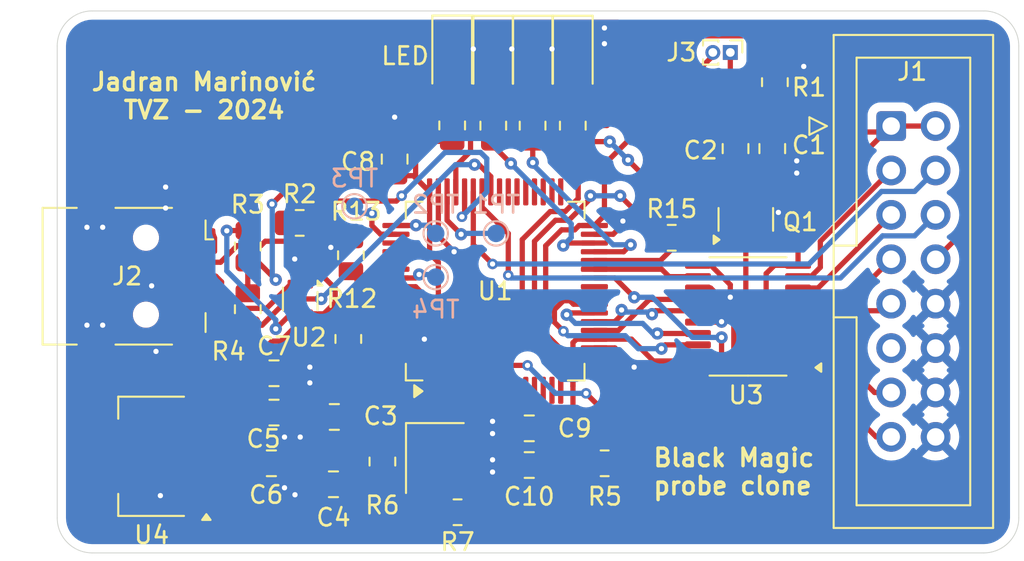
<source format=kicad_pcb>
(kicad_pcb (version 20240108) (generator "pcbnew") (generator_version "8.0")
  (layers (0 "F.Cu" signal) (31 "B.Cu" power) (34 "B.Paste" user) (35 "F.Paste" user) (36 "B.SilkS" user "B.Silkscreen") (37 "F.SilkS" user "F.Silkscreen") (38 "B.Mask" user) (39 "F.Mask" user) (44 "Edge.Cuts" user))
  (net 0 "")
  (net 1 "Net-(J1-Pin_1)")
  (net 2 "GND")
  (net 3 "Net-(U1-PD0)")
  (net 4 "Net-(C4-Pad1)")
  (net 5 "+5V")
  (net 6 "+3.3V")
  (net 7 "Net-(D1-A)")
  (net 8 "Net-(D2-A)")
  (net 9 "Net-(D3-A)")
  (net 10 "Net-(D4-A)")
  (net 11 "/U1TX")
  (net 12 "Net-(J1-Pin_7)")
  (net 13 "Net-(J1-Pin_5)")
  (net 14 "/BOOT_0")
  (net 15 "Net-(J1-Pin_3)")
  (net 16 "Net-(J1-Pin_15)")
  (net 18 "/U1RX")
  (net 19 "Net-(J1-Pin_13)")
  (net 20 "Net-(J1-Pin_9)")
  (net 21 "Net-(Q1-B)")
  (net 22 "/USB_DM")
  (net 23 "Net-(R2-Pad1)")
  (net 24 "Net-(R3-Pad1)")
  (net 25 "/USB_DP")
  (net 26 "/USB_PU")
  (net 27 "Net-(U1-NRST)")
  (net 28 "Net-(U1-PD1)")
  (net 29 "/LED2")
  (net 30 "/LED1")
  (net 31 "/LED_0")
  (net 32 "Net-(U1-BOOT0)")
  (net 34 "/xnSRST_OUT")
  (net 35 "Net-(U1-PA13)")
  (net 36 "Net-(U1-PA14)")
  (net 37 "Net-(U1-PA15)")
  (net 38 "Net-(U1-PB3)")
  (net 39 "/xTCK")
  (net 40 "/xTMS")
  (net 42 "/xnSRST")
  (net 43 "/xTD0")
  (net 44 "/xTPWR")
  (net 45 "/xTDI")
  (net 46 "/xnTRST")
  (net 75 "Net-(J2-D+)")
  (net 76 "Net-(J2-D-)")
  (footprint "Resistor_SMD:R_0805_2012Metric" (layer "F.Cu") (at 135.3 104.4)
    (property "Reference" "R7")
    (property "Value" "330E" (hide yes))
  )
  (footprint "Capacitor_SMD:C_0805_2012Metric" (layer "F.Cu") (at 153.3 83.6 -90)
    (property "Reference" "C1")
    (property "Value" "100u" (hide yes))
  )
  (footprint "LED_SMD:LED_1206_3216Metric" (layer "F.Cu") (at 137.341022 78.2875 -90)
    (property "Reference" "D2" (hide yes))
    (property "Value" "RED")
  )
  (footprint "Capacitor_SMD:C_0805_2012Metric" (layer "F.Cu") (at 128.25 98.95 180)
    (property "Reference" "C3")
    (property "Value" "18p")
  )
  (footprint "Resistor_SMD:R_0805_2012Metric" (layer "F.Cu") (at 123.3 89.2 -90)
    (property "Reference" "R3")
    (property "Value" "22E" (hide yes))
  )
  (footprint "Resistor_SMD:R_0805_2012Metric" (layer "F.Cu") (at 123.3 92.7875 90)
    (property "Reference" "R4")
    (property "Value" "1K5" (hide yes))
  )
  (footprint "Package_TO_SOT_SMD:SOT-666" (layer "F.Cu") (at 126.3 92.2 -90)
    (property "Reference" "U2")
    (property "Value" "USBLC6-2P6" (hide yes))
  )
  (footprint "Crystal:Crystal_SMD_3225-4Pin_3.2x2.5mm" (layer "F.Cu") (at 134 101.3 -90)
    (property "Reference" "X1" (hide yes))
    (property "Value" "8MHz")
  )
  (footprint "Resistor_SMD:R_0805_2012Metric" (layer "F.Cu") (at 131 101.5 -90)
    (property "Reference" "R6")
    (property "Value" "10M" (hide yes))
  )
  (footprint "Resistor_SMD:R_0805_2012Metric" (layer "F.Cu") (at 153.45 79.8 -90)
    (property "Reference" "R1")
    (property "Value" "1K" (hide yes))
  )
  (footprint "Package_TO_SOT_SMD:SOT-23" (layer "F.Cu") (at 151.7875 87.65 90)
    (property "Reference" "Q1")
    (property "Value" "BC846" (hide yes))
  )
  (footprint "Package_QFP:LQFP-64_10x10mm_P0.5mm" (layer "F.Cu") (at 137.45 91.75 90)
    (property "Reference" "U1")
    (property "Value" "STM32F103RBTx")
  )
  (footprint "Capacitor_SMD:C_0805_2012Metric" (layer "F.Cu") (at 139.4 99.6 180)
    (property "Reference" "C9")
    (property "Value" "100n" (hide yes))
  )
  (footprint "Capacitor_SMD:C_0805_2012Metric" (layer "F.Cu") (at 124.8 96.45)
    (property "Reference" "C7")
    (property "Value" "100n")
  )
  (footprint "LED_SMD:LED_1206_3216Metric" (layer "F.Cu") (at 134.991022 78.275 -90)
    (property "Reference" "LED")
    (property "Value" "GREEN")
  )
  (footprint "Capacitor_SMD:C_0805_2012Metric" (layer "F.Cu") (at 151.2 83.6 -90)
    (property "Reference" "C2")
    (property "Value" "100n" (hide yes))
  )
  (footprint "Capacitor_SMD:C_0805_2012Metric" (layer "F.Cu") (at 128.2 102.8 180)
    (property "Reference" "C4")
    (property "Value" "18p" (hide yes))
  )
  (footprint "LED_SMD:LED_1206_3216Metric" (layer "F.Cu") (at 141.891022 78.2875 -90)
    (property "Reference" "D4" (hide yes))
    (property "Value" "YELLOW")
  )
  (footprint "Resistor_SMD:R_0805_2012Metric" (layer "F.Cu") (at 129.05 94.4875 90)
    (property "Reference" "R12")
    (property "Value" "1k" (hide yes))
  )
  (footprint "Resistor_SMD:R_0805_2012Metric" (layer "F.Cu") (at 137.341022 82.2875 -90)
    (property "Reference" "R9" (hide yes))
    (property "Value" "390E")
  )
  (footprint "Resistor_SMD:R_0805_2012Metric" (layer "F.Cu") (at 139.591022 82.2875 -90)
    (property "Reference" "R10" (hide yes))
    (property "Value" "390E")
  )
  (footprint "Capacitor_SMD:C_0805_2012Metric" (layer "F.Cu") (at 124.65 101.6)
    (property "Reference" "C6")
    (property "Value" "10u")
  )
  (footprint "Resistor_SMD:R_0805_2012Metric" (layer "F.Cu") (at 143.7125 101.6)
    (property "Reference" "R5")
    (property "Value" "1k" (hide yes))
  )
  (footprint "Resistor_SMD:R_0805_2012Metric" (layer "F.Cu") (at 141.891022 82.2875 -90)
    (property "Reference" "R11" (hide yes))
    (property "Value" "390E")
  )
  (footprint "Resistor_SMD:R_0805_2012Metric" (layer "F.Cu") (at 147.55 88.7)
    (property "Reference" "R15")
    (property "Value" "100E" (hide yes))
  )
  (footprint "Connector_IDC:IDC-Header_2x08_P2.54mm_Vertical" (layer "F.Cu") (at 160.1025 82.31)
    (property "Reference" "J1")
    (property "Value" "Conn_02x10_Odd_Even" (hide yes))
  )
  (footprint "Connector_USB:USB_Mini-B_Lumberg_2486_01_Horizontal" (layer "F.Cu") (at 117.475 90.9 -90)
    (property "Reference" "J2")
    (property "Value" "USB_B_Mini")
  )
  (footprint "Connector_PinHeader_1.00mm:PinHeader_1x02_P1.00mm_Vertical" (layer "F.Cu") (at 150.9 78.1 -90)
    (property "Reference" "J3")
    (property "Value" "Jumper_2_Open" (hide yes))
  )
  (footprint "Package_TO_SOT_SMD:SOT-223" (layer "F.Cu") (at 117.8 101.2 180)
    (property "Reference" "U4")
    (property "Value" "AMS1117-3.3")
  )
  (footprint "Resistor_SMD:R_0805_2012Metric" (layer "F.Cu") (at 126.27 87.85)
    (property "Reference" "R2")
    (property "Value" "22E" (hide yes))
  )
  (footprint "Capacitor_SMD:C_0805_2012Metric" (layer "F.Cu") (at 139.4 101.7 180)
    (property "Reference" "C10")
    (property "Value" "100n" (hide yes))
  )
  (footprint "Capacitor_SMD:C_0805_2012Metric" (layer "F.Cu") (at 124.8 98.7)
    (property "Reference" "C5")
    (property "Value" "10u" (hide yes))
  )
  (footprint "Package_SO:TSSOP-20_4.4x6.5mm_P0.65mm" (layer "F.Cu") (at 151.9125 93.2 180)
    (property "Reference" "U3")
    (property "Value" "TXS0108EPW" (hide yes))
  )
  (footprint "Capacitor_SMD:C_0805_2012Metric" (layer "F.Cu") (at 131.7 84.2 90)
    (property "Reference" "C8")
    (property "Value" "100n")
  )
  (footprint "LED_SMD:LED_1206_3216Metric" (layer "F.Cu") (at 139.591022 78.2875 -90)
    (property "Reference" "D3" (hide yes))
    (property "Value" "YELLOW")
  )
  (footprint "Resistor_SMD:R_0805_2012Metric" (layer "F.Cu") (at 134.991022 82.275 -90)
    (property "Reference" "R8" (hide yes))
    (property "Value" "390E")
  )
  (footprint "Resistor_SMD:R_0805_2012Metric" (layer "F.Cu") (at 129.2 89.7 -90)
    (property "Reference" "R13")
    (property "Value" "10k" (hide yes))
  )
  (footprint "TestPoint:TestPoint_Pad_D1.0mm" (layer "B.Cu") (at 137.5 88.45 180)
    (property "Reference" "TP1")
    (property "Value" "TestPoint_Alt" (hide yes))
  )
  (footprint "TestPoint:TestPoint_Pad_D1.0mm" (layer "B.Cu") (at 134.05 88.45 180)
    (property "Reference" "TP2")
    (property "Value" "TestPoint_Alt" (hide yes))
  )
  (footprint "TestPoint:TestPoint_Pad_D1.0mm" (layer "B.Cu") (at 129.4 86.9 180)
    (property "Reference" "TP3")
    (property "Value" "TestPoint_Alt" (hide yes))
  )
  (footprint "TestPoint:TestPoint_Pad_D1.0mm" (layer "B.Cu") (at 134.05 90.95 180)
    (property "Reference" "TP4")
    (property "Value" "TestPoint_Alt")
  )
  (gr_arc (start 167.4 104.725) (mid 166.814214 106.139214) (end 165.4 106.725) (stroke (width 0.05)) (layer "Edge.Cuts"))
  (gr_arc (start 112.4 77.725) (mid 112.985786 76.310786) (end 114.4 75.725) (stroke (width 0.05)) (layer "Edge.Cuts"))
  (gr_arc (start 165.4 75.725) (mid 166.814214 76.310786) (end 167.4 77.725) (stroke (width 0.05)) (layer "Edge.Cuts"))
  (gr_line (start 165.4 75.725) (end 114.4 75.725) (stroke (width 0.05)) (layer "Edge.Cuts"))
  (gr_line (start 112.4 77.725) (end 112.4 104.725) (stroke (width 0.05)) (layer "Edge.Cuts"))
  (gr_line (start 167.4 104.725) (end 167.4 77.725) (stroke (width 0.05)) (layer "Edge.Cuts"))
  (gr_arc (start 114.4 106.725) (mid 112.985786 106.139214) (end 112.4 104.725) (stroke (width 0.05)) (layer "Edge.Cuts"))
  (gr_line (start 114.4 106.725) (end 165.4 106.725) (stroke (width 0.05)) (layer "Edge.Cuts"))
  (gr_text "Black Magic \nprobe clone\n" (at 146.4 103.475 0) (layer "F.SilkS") (effects (font (size 1 1) (thickness 0.2) (bold yes)) (justify left bottom)))
  (gr_text "Jadran Marinović\nTVZ - 2024" (at 120.8 81.975 0) (layer "F.SilkS") (effects (font (size 1 1) (thickness 0.2) (bold yes)) (justify bottom)))
  (segment (start 153.3 82.65) (end 159.7625 82.65) (width 0.3) (layer "F.Cu") (net 1))
  (segment (start 153.6 95.475) (end 154.775 95.475) (width 0.3) (layer "F.Cu") (net 1))
  (segment (start 153.3 82.65) (end 151.2 82.65) (width 0.3) (layer "F.Cu") (net 1))
  (segment (start 153.425 90.275) (end 152.95 90.75) (width 0.3) (layer "F.Cu") (net 1))
  (segment (start 152.3125 80.7125) (end 150.9 79.3) (width 0.3) (layer "F.Cu") (net 1))
  (segment (start 152.95 94.825) (end 153.6 95.475) (width 0.3) (layer "F.Cu") (net 1))
  (segment (start 152.95 90.75) (end 152.95 94.825) (width 0.3) (layer "F.Cu") (net 1))
  (segment (start 159.7625 82.65) (end 160.1025 82.31) (width 0.3) (layer "F.Cu") (net 1))
  (segment (start 153.45 80.7125) (end 152.3125 80.7125) (width 0.3) (layer "F.Cu") (net 1))
  (segment (start 153.3 80.8625) (end 153.45 80.7125) (width 0.3) (layer "F.Cu") (net 1))
  (segment (start 154.775 87.6375) (end 154.775 90.275) (width 0.3) (layer "F.Cu") (net 1))
  (segment (start 154.775 90.275) (end 153.425 90.275) (width 0.3) (layer "F.Cu") (net 1))
  (segment (start 150.9 79.3) (end 150.9 78.1) (width 0.3) (layer "F.Cu") (net 1))
  (segment (start 162.6425 82.31) (end 160.1025 82.31) (width 0.3) (layer "F.Cu") (net 1))
  (segment (start 153.3 82.65) (end 153.3 80.8625) (width 0.3) (layer "F.Cu") (net 1))
  (segment (start 160.1025 82.31) (end 154.775 87.6375) (width 0.3) (layer "F.Cu") (net 1))
  (segment (start 154.775 96.125) (end 154.775 95.475) (width 0.3) (layer "F.Cu") (net 1))
  (segment (start 128.05 89.25) (end 128.5125 88.7875) (width 0.3) (layer "F.Cu") (net 2))
  (segment (start 145.4 96.1) (end 144.3 95) (width 0.3) (layer "F.Cu") (net 2))
  (segment (start 150.375 93.525) (end 150.4 93.5) (width 0.3) (layer "F.Cu") (net 2))
  (segment (start 149.05 90.275) (end 149.787499 90.275) (width 0.3) (layer "F.Cu") (net 2))
  (segment (start 120.95 103.5) (end 118.35 103.5) (width 0.5) (layer "F.Cu") (net 2))
  (segment (start 144.2 88.5) (end 144.755025 87.944975) (width 0.3) (layer "F.Cu") (net 2))
  (segment (start 143.125 88.5) (end 144.2 88.5) (width 0.3) (layer "F.Cu") (net 2))
  (segment (start 152.7375 88.1625) (end 153.65 87.25) (width 0.5) (layer "F.Cu") (net 2))
  (segment (start 144.3 95) (end 143.125 95) (width 0.3) (layer "F.Cu") (net 2))
  (segment (start 118.35 103.5) (end 118.3 103.45) (width 0.5) (layer "F.Cu") (net 2))
  (segment (start 149.05 93.525) (end 150.375 93.525) (width 0.3) (layer "F.Cu") (net 2))
  (segment (start 134.2 86.075) (end 134.2 88.6) (width 0.3) (layer "F.Cu") (net 2))
  (segment (start 153.45 78.8875) (end 155.0875 78.8875) (width 0.5) (layer "F.Cu") (net 2))
  (segment (start 128.5125 88.7875) (end 129.2 88.7875) (width 0.3) (layer "F.Cu") (net 2))
  (segment (start 118.2 95.35) (end 118.05 95.2) (width 0.5) (layer "F.Cu") (net 2))
  (segment (start 141.891022 76.8875) (end 141.978522 76.8) (width 0.5) (layer "F.Cu") (net 2))
  (segment (start 131.7 81.8) (end 131.7 83.25) (width 0.3) (layer "F.Cu") (net 2))
  (segment (start 152.7375 88.5875) (end 152.7375 88.1625) (width 0.5) (layer "F.Cu") (net 2))
  (segment (start 120.175 92.5) (end 118.85 92.5) (width 0.3) (layer "F.Cu") (net 2))
  (segment (start 126.3 90.232512) (end 126.3 91.275) (width 0.3) (layer "F.Cu") (net 2))
  (segment (start 131.775 95) (end 132.9 95) (width 0.3) (layer "F.Cu") (net 2))
  (segment (start 150.9 91.387501) (end 150.9 92.1) (width 0.3) (layer "F.Cu") (net 2))
  (segment (start 118.85 92.5) (end 117.8 91.45) (width 0.3) (layer "F.Cu") (net 2))
  (segment (start 139.2 97.425) (end 139.2 98.85) (width 0.3) (layer "F.Cu") (net 2))
  (segment (start 134.2 88.6) (end 135.1 89.5) (width 0.3) (layer "F.Cu") (net 2))
  (segment (start 132.9 95) (end 133.4 94.5) (width 0.3) (layer "F.Cu") (net 2))
  (segment (start 125.983744 89.916256) (end 126.3 90.232512) (width 0.3) (layer "F.Cu") (net 2))
  (segment (start 155.0875 78.8875) (end 155.1 78.9) (width 0.5) (layer "F.Cu") (net 2))
  (segment (start 144.755025 87.944975) (end 144.755025 87.744975) (width 0.3) (layer "F.Cu") (net 2))
  (segment (start 149.787499 90.275) (end 150.9 91.387501) (width 0.3) (layer "F.Cu") (net 2))
  (segment (start 139.2 98.85) (end 138.45 99.6) (width 0.3) (layer "F.Cu") (net 2))
  (segment (start 120.075 95.35) (end 118.2 95.35) (width 0.5) (layer "F.Cu") (net 2))
  (segment (start 125.6 98.9) (end 125.8 98.7) (width 0.5) (layer "F.Cu") (net 2))
  (via (at 125.4 100.1) (size 0.6) (drill 0.3) (layers "F.Cu" "B.Cu") (net 2))
  (via (at 144.755025 87.744975) (size 0.7) (drill 0.3) (layers "F.Cu" "B.Cu") (net 2))
  (via (at 126.85 96.1) (size 0.6) (drill 0.3) (layers "F.Cu" "B.Cu") (net 2))
  (via (at 150.9 92.1) (size 0.6) (drill 0.3) (layers "F.Cu" "B.Cu") (net 2))
  (via (at 115 93.7) (size 0.6) (drill 0.3) (layers "F.Cu" "B.Cu") (net 2))
  (via (at 153.65 87.25) (size 0.7) (drill 0.3) (layers "F.Cu" "B.Cu") (net 2))
  (via (at 118.05 95.2) (size 0.7) (drill 0.3) (layers "F.Cu" "B.Cu") (net 2))
  (via (at 137.3 99.9) (size 0.6) (drill 0.3) (layers "F.Cu" "B.Cu") (net 2))
  (via (at 118.3 103.45) (size 0.7) (drill 0.3) (layers "F.Cu" "B.Cu") (net 2))
  (via (at 137.3 102.1) (size 0.6) (drill 0.3) (layers "F.Cu" "B.Cu") (net 2))
  (via (at 125.983744 89.916256) (size 0.7) (drill 0.3) (layers "F.Cu" "B.Cu") (net 2))
  (via (at 126 103.4) (size 0.6) (drill 0.3) (layers "F.Cu" "B.Cu") (net 2))
  (via (at 150.4 93.5) (size 0.7) (drill 0.3) (layers "F.Cu" "B.Cu") (net 2))
  (via (at 115 88.1) (size 0.6) (drill 0.3) (layers "F.Cu" "B.Cu") (net 2))
  (via (at 155.1 78.9) (size 0.6) (drill 0.3) (layers "F.Cu" "B.Cu") (net 2))
  (via (at 137.3 101.4) (size 0.6) (drill 0.3) (layers "F.Cu" "B.Cu") (net 2))
  (via (at 154.7 85) (size 0.6) (drill 0.3) (layers "F.Cu" "B.Cu") (net 2))
  (via (at 114.1 93.7) (size 0.6) (drill 0.3) (layers "F.Cu" "B.Cu") (net 2))
  (via (at 133.4 94.5) (size 0.7) (drill 0.3) (layers "F.Cu" "B.Cu") (net 2))
  (via (at 145.4 96.1) (size 0.7) (drill 0.3) (layers "F.Cu" "B.Cu") (net 2))
  (via (at 154.7 84.3) (size 0.6) (drill 0.3) (layers "F.Cu" "B.Cu") (net 2))
  (via (at 143.7 76.7) (size 0.6) (drill 0.3) (layers "F.Cu" "B.Cu") (net 2))
  (via (at 117.8 91.45) (size 0.7) (drill 0.3) (layers "F.Cu" "B.Cu") (net 2))
  (via (at 135.1 89.5) (size 0.6) (drill 0.3) (layers "F.Cu" "B.Cu") (net 2))
  (via (at 125.4 103) (size 0.6) (drill 0.3) (layers "F.Cu" "B.Cu") (net 2))
  (via (at 128.05 89.25) (size 0.7) (drill 0.3) (layers "F.Cu" "B.Cu") (net 2))
  (via (at 118.6 87) (size 0.6) (drill 0.3) (layers "F.Cu" "B.Cu") (net 2))
  (via (at 131.7 81.8) (size 0.7) (drill 0.3) (layers "F.Cu" "B.Cu") (net 2))
  (via (at 136.2 77.9) (size 0.6) (drill 0.3) (layers "F.Cu" "B.Cu") (net 2))
  (via (at 143.7 77.6) (size 0.6) (drill 0.3) (layers "F.Cu" "B.Cu") (net 2))
  (via (at 137.3 99.2) (size 0.6) (drill 0.3) (layers "F.Cu" "B.Cu") (net 2))
  (via (at 114.1 88.1) (size 0.6) (drill 0.3) (layers "F.Cu" "B.Cu") (net 2))
  (via (at 126.3 100.1) (size 0.6) (drill 0.3) (layers "F.Cu" "B.Cu") (net 2))
  (via (at 140.7 77.9) (size 0.6) (drill 0.3) (layers "F.Cu" "B.Cu") (net 2))
  (via (at 126.85 97) (size 0.6) (drill 0.3) (layers "F.Cu" "B.Cu") (net 2))
  (via (at 138.4 77.9) (size 0.6) (drill 0.3) (layers "F.Cu" "B.Cu") (net 2))
  (via (at 118.6 85.8) (size 0.6) (drill 0.3) (layers "F.Cu" "B.Cu") (net 2))
  (segment (start 135.7 98.30312) (end 135.7 97.425) (width 0.3) (layer "F.Cu") (net 3))
  (segment (start 133.15 98.8) (end 133.4 98.55) (width 0.3) (layer "F.Cu") (net 3))
  (segment (start 131 99) (end 130.95 98.95) (width 0.3) (layer "F.Cu") (net 3))
  (segment (start 129.2 98.95) (end 130.95 98.95) (width 0.3) (layer "F.Cu") (net 3))
  (segment (start 134.9 98.55) (end 135.45312 98.55) (width 0.3) (layer "F.Cu") (net 3))
  (segment (start 133.1 98.55) (end 133.65 98.55) (width 0.3) (layer "F.Cu") (net 3))
  (segment (start 131 100.5875) (end 131 99) (width 0.3) (layer "F.Cu") (net 3))
  (segment (start 133.65 98.55) (end 134.1 98.55) (width 0.3) (layer "F.Cu") (net 3))
  (segment (start 132.9 98.55) (end 133.1 98.55) (width 0.3) (layer "F.Cu") (net 3))
  (segment (start 133.15 98.8) (end 132.9 98.55) (width 0.3) (layer "F.Cu") (net 3))
  (segment (start 134.1 98.55) (end 134.9 98.55) (width 0.3) (layer "F.Cu") (net 3))
  (segment (start 135.45312 98.55) (end 135.7 98.30312) (width 0.3) (layer "F.Cu") (net 3))
  (segment (start 133.4 98.55) (end 133.65 98.55) (width 0.3) (layer "F.Cu") (net 3))
  (segment (start 131.35 98.55) (end 132.9 98.55) (width 0.3) (layer "F.Cu") (net 3))
  (segment (start 133.15 100.2) (end 133.15 98.8) (width 0.3) (layer "F.Cu") (net 3))
  (segment (start 130.95 98.95) (end 131.35 98.55) (width 0.3) (layer "F.Cu") (net 3))
  (segment (start 133.15 98.8) (end 133.15 98.6) (width 0.3) (layer "F.Cu") (net 3))
  (segment (start 133.15 98.6) (end 133.1 98.55) (width 0.3) (layer "F.Cu") (net 3))
  (segment (start 133.15 102.4) (end 131.0125 102.4) (width 0.3) (layer "F.Cu") (net 4))
  (segment (start 129.5375 102.4125) (end 129.15 102.8) (width 0.3) (layer "F.Cu") (net 4))
  (segment (start 134.3875 104.4) (end 133.15 103.1625) (width 0.3) (layer "F.Cu") (net 4))
  (segment (start 133.15 103.1625) (end 133.15 102.4) (width 0.3) (layer "F.Cu") (net 4))
  (segment (start 131 102.4125) (end 129.5375 102.4125) (width 0.3) (layer "F.Cu") (net 4))
  (segment (start 131.0125 102.4) (end 131 102.4125) (width 0.3) (layer "F.Cu") (net 4))
  (segment (start 126.3 93.50245) (end 126.3 93.125) (width 0.3) (layer "F.Cu") (net 5))
  (segment (start 124.6875 94.6125) (end 125.18995 94.6125) (width 0.3) (layer "F.Cu") (net 5))
  (segment (start 123.85 96.45) (end 123.85 95.45) (width 0.3) (layer "F.Cu") (net 5))
  (segment (start 123.85 95.45) (end 124.6875 94.6125) (width 0.3) (layer "F.Cu") (net 5))
  (segment (start 125.18995 94.6125) (end 126.3 93.50245) (width 0.3) (layer "F.Cu") (net 5))
  (segment (start 129.6 105.6) (end 138 105.6) (width 0.5) (layer "F.Cu") (net 6))
  (segment (start 139.7 98.95) (end 140.35 99.6) (width 0.3) (layer "F.Cu") (net 6))
  (segment (start 140.339852 94.1) (end 140.339852 94.2) (width 0.3) (layer "F.Cu") (net 6))
  (segment (start 148.049166 95.749166) (end 148.323332 95.475) (width 0.3) (layer "F.Cu") (net 6))
  (segment (start 143.7 84.5) (end 149.9 78.3) (width 0.3) (layer "F.Cu") (net 6))
  (segment (start 138 105.6) (end 140.35 103.25) (width 0.5) (layer "F.Cu") (net 6))
  (segment (start 132.9 85.275) (end 132.9 84) (width 0.3) (layer "F.Cu") (net 6))
  (segment (start 128.2 104.85) (end 128.2 98) (width 0.3) (layer "F.Cu") (net 6))
  (segment (start 128.2 97.975) (end 128.55 97.625) (width 0.3) (layer "F.Cu") (net 6))
  (segment (start 134.2 92.175) (end 134.2 91.975) (width 0.3) (layer "F.Cu") (net 6))
  (segment (start 140.339852 94.2) (end 141.9 95.760148) (width 0.3) (layer "F.Cu") (net 6))
  (segment (start 142.1 94.5) (end 141.9 94.7) (width 0.3) (layer "F.Cu") (net 6))
  (segment (start 133.7 86.075) (end 132.9 85.275) (width 0.3) (layer "F.Cu") (net 6))
  (segment (start 143.125 94.5) (end 145.25 94.5) (width 0.3) (layer "F.Cu") (net 6))
  (segment (start 134.2 92.8) (end 133.8875 92.4875) (width 0.3) (layer "F.Cu") (net 6))
  (segment (start 128.2 104.85) (end 127.45 105.6) (width 0.3) (layer "F.Cu") (net 6))
  (segment (start 140.35 103.25) (end 140.35 101.7) (width 0.5) (layer "F.Cu") (net 6))
  (segment (start 141.9 95.760148) (end 141.9 97.2) (width 0.3) (layer "F.Cu") (net 6))
  (segment (start 133.8875 92.4875) (end 134.2 92.175) (width 0.3) (layer "F.Cu") (net 6))
  (segment (start 134.2 90.1) (end 133.7 89.6) (width 0.3) (layer "F.Cu") (net 6))
  (segment (start 149.9 78.3) (end 149.9 78.1) (width 0.3) (layer "F.Cu") (net 6))
  (segment (start 133.7 89.6) (end 133.7 86.075) (width 0.3) (layer "F.Cu") (net 6))
  (segment (start 141.25156 88.24688) (end 140.339852 89.158588) (width 0.3) (layer "F.Cu") (net 6))
  (segment (start 129.93438 94.5375) (end 130.89688 95.5) (width 0.3) (layer "F.Cu") (net 6))
  (segment (start 132.9 91.5) (end 131.775 91.5) (width 0.3) (layer "F.Cu") (net 6))
  (segment (start 127.45 105.6) (end 127.1 105.6) (width 0.3) (layer "F.Cu") (net 6))
  (segment (start 127.1 105.6) (end 128.2 105.6) (width 0.5) (layer "F.Cu") (net 6))
  (segment (start 128.2 97.625) (end 128 97.425) (width 0.3) (layer "F.Cu") (net 6))
  (segment (start 133.7 97.425) (end 133.5 97.625) (width 0.3) (layer "F.Cu") (net 6))
  (segment (start 141.9 100.7) (end 141.9 97.2) (width 0.3) (layer "F.Cu") (net 6))
  (segment (start 134.2 92.8) (end 134.2 91.975) (width 0.3) (layer "F.Cu") (net 6))
  (segment (start 123.7 104.2) (end 123.7 101.6) (width 0.5) (layer "F.Cu") (net 6))
  (segment (start 142.9125 101.7) (end 143 101.6125) (width 0.3) (layer "F.Cu") (net 6))
  (segment (start 141.9 94.7) (end 141.9 97.2) (width 0.3) (layer "F.Cu") (net 6))
  (segment (start 132.775 85.15) (end 131.7 85.15) (width 0.3) (layer "F.Cu") (net 6))
  (segment (start 148.323332 95.475) (end 149.05 95.475) (width 0.3) (layer "F.Cu") (net 6))
  (segment (start 133.5 97.625) (end 128.55 97.625) (width 0.3) (layer "F.Cu") (net 6))
  (segment (start 142.24688 88) (end 142 88.24688) (width 0.3) (layer "F.Cu") (net 6))
  (segment (start 133.7 86.075) (end 132.775 85.15) (width 0.3) (layer "F.Cu") (net 6))
  (segment (start 128.55 97.625) (end 128.2 97.625) (width 0.3) (layer "F.Cu") (net 6))
  (segment (start 128.2 105.6) (end 129.6 105.6) (width 0.5) (layer "F.Cu") (net 6))
  (segment (start 146.499166 95.749166) (end 148.049166 95.749166) (width 0.3) (layer "F.Cu") (net 6))
  (segment (start 142.8 101.6) (end 141.9 100.7) (width 0.3) (layer "F.Cu") (net 6))
  (segment (start 139.7 97.425) (end 139.7 98.95) (width 0.3) (layer "F.Cu") (net 6))
  (segment (start 143.125 88) (end 143.7 87.425) (width 0.3) (layer "F.Cu") (net 6))
  (segment (start 125.1 105.6) (end 127.1 105.6) (width 0.5) (layer "F.Cu") (net 6))
  (segment (start 132.9 84) (end 133.7125 83.1875) (width 0.3) (layer "F.Cu") (net 6))
  (segment (start 134.2 95) (end 134.2 92.8) (width 0.3) (layer "F.Cu") (net 6))
  (segment (start 145.25 94.5) (end 146.499166 95.749166) (width 0.3) (layer "F.Cu") (net 6))
  (segment (start 143.125 88) (end 142.24688 88) (width 0.3) (layer "F.Cu") (net 6))
  (segment (start 140.339852 89.158588) (end 140.339852 94.1) (width 0.3) (layer "F.Cu") (net 6))
  (segment (start 128 97.425) (end 128 94.882044) (width 0.3) (layer "F.Cu") (net 6))
  (segment (start 128.2 104.85) (end 128.95 105.6) (width 0.3) (layer "F.Cu") (net 6))
  (segment (start 131.775 95.5) (end 133.7 95.5) (width 0.3) (layer "F.Cu") (net 6))
  (segment (start 128.95 105.6) (end 129.6 105.6) (width 0.3) (layer "F.Cu") (net 6))
  (segment (start 130.89688 95.5) (end 131.775 95.5) (width 0.3) (layer "F.Cu") (net 6))
  (segment (start 143.7 87.425) (end 143.7 84.5) (width 0.3) (layer "F.Cu") (net 6))
  (segment (start 133.8875 92.4875) (end 132.9 91.5) (width 0.3) (layer "F.Cu") (net 6))
  (segment (start 128.2 98) (end 128.2 97.975) (width 0.3) (layer "F.Cu") (net 6))
  (segment (start 142 88.24688) (end 141.25156 88.24688) (width 0.3) (layer "F.Cu") (net 6))
  (segment (start 128 94.882044) (end 128.344544 94.5375) (width 0.3) (layer "F.Cu") (net 6))
  (segment (start 128.2 98) (end 128.2 97.625) (width 0.3) (layer "F.Cu") (net 6))
  (segment (start 125.1 105.6) (end 123.7 104.2) (width 0.5) (layer "F.Cu") (net 6))
  (segment (start 133.7125 83.1875) (end 134.991022 83.1875) (width 0.3) (layer "F.Cu") (net 6))
  (segment (start 143.125 94.5) (end 142.1 94.5) (width 0.3) (layer "F.Cu") (net 6))
  (segment (start 128.344544 94.5375) (end 129.93438 94.5375) (width 0.3) (layer "F.Cu") (net 6))
  (segment (start 133.7 95.5) (end 134.2 95) (width 0.3) (layer "F.Cu") (net 6))
  (segment (start 134.2 91.975) (end 134.2 90.1) (width 0.3) (layer "F.Cu") (net 6))
  (segment (start 134.991022 81.3625) (end 134.991022 79.675) (width 0.3) (layer "F.Cu") (net 7))
  (segment (start 137.341022 81.375) (end 137.341022 79.6875) (width 0.3) (layer "F.Cu") (net 8))
  (segment (start 139.591022 81.375) (end 139.591022 79.6875) (width 0.3) (layer "F.Cu") (net 9))
  (segment (start 141.891022 81.375) (end 141.891022 79.6875) (width 0.3) (layer "F.Cu") (net 10))
  (segment (start 138.2 88.45312) (end 138.2 90.85) (width 0.3) (layer "F.Cu") (net 11))
  (segment (start 136.7 86.075) (end 136.7 86.95312) (width 0.3) (layer "F.Cu") (net 11))
  (segment (start 136.7 86.95312) (end 138.2 88.45312) (width 0.3) (layer "F.Cu") (net 11))
  (via (at 138.2 90.85) (size 0.6) (drill 0.3) (layers "F.Cu" "B.Cu") (net 11))
  (segment (start 161.4425 88.59) (end 162.6425 87.39) (width 0.3) (layer "B.Cu") (net 11))
  (segment (start 138.35 91) (end 157.2 91) (width 0.3) (layer "B.Cu") (net 11))
  (segment (start 159.61 88.59) (end 161.4425 88.59) (width 0.3) (layer "B.Cu") (net 11))
  (segment (start 138.2 90.85) (end 138.35 91) (width 0.3) (layer "B.Cu") (net 11))
  (segment (start 157.2 91) (end 159.61 88.59) (width 0.3) (layer "B.Cu") (net 11))
  (segment (start 157.8075 92.225) (end 160.1025 89.93) (width 0.3) (layer "F.Cu") (net 12))
  (segment (start 154.775 92.225) (end 157.8075 92.225) (width 0.3) (layer "F.Cu") (net 12))
  (segment (start 155.9175 91.575) (end 154.775 91.575) (width 0.3) (layer "F.Cu") (net 13))
  (segment (start 160.1025 87.39) (end 155.9175 91.575) (width 0.3) (layer "F.Cu") (net 13))
  (segment (start 130.4375 96.1) (end 134.1 96.1) (width 0.3) (layer "F.Cu") (net 14))
  (segment (start 142.2 86.45312) (end 142.2 85.55) (width 0.3) (layer "F.Cu") (net 14))
  (segment (start 134.9 95.3) (end 138.6 95.3) (width 0.3) (layer "F.Cu") (net 14))
  (segment (start 139 88.8) (end 140.6 87.2) (width 0.3) (layer "F.Cu") (net 14))
  (segment (start 140.75 84.1) (end 140.75 82.65) (width 0.3) (layer "F.Cu") (net 14))
  (segment (start 139 94.9) (end 139 88.8) (width 0.3) (layer "F.Cu") (net 14))
  (segment (start 160.15 77.15) (end 164.4 81.4) (width 0.3) (layer "F.Cu") (net 14))
  (segment (start 141.45312 87.2) (end 142.2 86.45312) (width 0.3) (layer "F.Cu") (net 14))
  (segment (start 143.845 82.28) (end 148.975 77.15) (width 0.3) (layer "F.Cu") (net 14))
  (segment (start 129.75 95.4125) (end 130.4375 96.1) (width 0.3) (layer "F.Cu") (net 14))
  (segment (start 134.1 96.1) (end 134.9 95.3) (width 0.3) (layer "F.Cu") (net 14))
  (segment (start 142.2 85.55) (end 140.75 84.1) (width 0.3) (layer "F.Cu") (net 14))
  (segment (start 148.975 77.15) (end 160.15 77.15) (width 0.3) (layer "F.Cu") (net 14))
  (segment (start 164.4 81.4) (end 164.4 88.1725) (width 0.3) (layer "F.Cu") (net 14))
  (segment (start 140.6 87.2) (end 141.45312 87.2) (width 0.3) (layer "F.Cu") (net 14))
  (segment (start 140.75 82.65) (end 141.12 82.28) (width 0.3) (layer "F.Cu") (net 14))
  (segment (start 138.6 95.3) (end 139 94.9) (width 0.3) (layer "F.Cu") (net 14))
  (segment (start 164.4 88.1725) (end 162.6425 89.93) (width 0.3) (layer "F.Cu") (net 14))
  (segment (start 141.12 82.28) (end 143.845 82.28) (width 0.3) (layer "F.Cu") (net 14))
  (segment (start 160.1025 84.85) (end 156.05 88.9025) (width 0.3) (layer "F.Cu") (net 15))
  (segment (start 155.512499 90.925) (end 154.775 90.925) (width 0.3) (layer "F.Cu") (net 15))
  (segment (start 156.05 90.387499) (end 155.512499 90.925) (width 0.3) (layer "F.Cu") (net 15))
  (segment (start 156.05 88.9025) (end 156.05 90.387499) (width 0.3) (layer "F.Cu") (net 15))
  (segment (start 155.512499 94.825) (end 156.75 96.062501) (width 0.3) (layer "F.Cu") (net 16))
  (segment (start 156.2 97.775) (end 156.325 97.775) (width 0.3) (layer "F.Cu") (net 16))
  (segment (start 157.1125 97.9625) (end 159.24 100.09) (width 0.3) (layer "F.Cu") (net 16))
  (segment (start 151.7875 86.7125) (end 151.7875 94.2) (width 0.3) (layer "F.Cu") (net 16))
  (segment (start 154.775 94.825) (end 155.512499 94.825) (width 0.3) (layer "F.Cu") (net 16))
  (segment (start 156.75 97.6) (end 157.1125 97.9625) (width 0.3) (layer "F.Cu") (net 16))
  (segment (start 156.75 96.062501) (end 156.75 97.35) (width 0.3) (layer "F.Cu") (net 16))
  (segment (start 151.7875 96.8375) (end 152.725 97.775) (width 0.3) (layer "F.Cu") (net 16))
  (segment (start 156.75 97.35) (end 156.75 97.6) (width 0.3) (layer "F.Cu") (net 16))
  (segment (start 156.325 97.775) (end 156.75 97.35) (width 0.3) (layer "F.Cu") (net 16))
  (segment (start 156.925 97.775) (end 157.1125 97.9625) (width 0.3) (layer "F.Cu") (net 16))
  (segment (start 156.2 97.775) (end 156.925 97.775) (width 0.3) (layer "F.Cu") (net 16))
  (segment (start 159.24 100.09) (end 160.1025 100.09) (width 0.3) (layer "F.Cu") (net 16))
  (segment (start 152.725 97.775) (end 156.2 97.775) (width 0.3) (layer "F.Cu") (net 16))
  (segment (start 151.7875 94.2) (end 151.7875 96.8375) (width 0.3) (layer "F.Cu") (net 16))
  (segment (start 136.2 89.1) (end 137.3 90.2) (width 0.3) (layer "F.Cu") (net 18))
  (segment (start 136.2 86.075) (end 136.2 89.1) (width 0.3) (layer "F.Cu") (net 18))
  (via (at 137.3 90.2) (size 0.6) (drill 0.3) (layers "F.Cu" "B.Cu") (net 18))
  (segment (start 161.4425 86.05) (end 162.6425 84.85) (width 0.3) (layer "B.Cu") (net 18))
  (segment (start 159.55 86.05) (end 161.4425 86.05) (width 0.3) (layer "B.Cu") (net 18))
  (segment (start 155.4 90.2) (end 159.55 86.05) (width 0.3) (layer "B.Cu") (net 18))
  (segment (start 137.3 90.2) (end 155.4 90.2) (width 0.3) (layer "B.Cu") (net 18))
  (segment (start 154.775 94.175) (end 156.775 94.175) (width 0.3) (layer "F.Cu") (net 19))
  (segment (start 157.65 96.05) (end 159.15 97.55) (width 0.3) (layer "F.Cu") (net 19))
  (segment (start 159.15 97.55) (end 160.1025 97.55) (width 0.3) (layer "F.Cu") (net 19))
  (segment (start 156.775 94.175) (end 157.65 95.05) (width 0.3) (layer "F.Cu") (net 19))
  (segment (start 157.65 95.05) (end 157.65 96.05) (width 0.3) (layer "F.Cu") (net 19))
  (segment (start 159.6975 92.875) (end 160.1025 92.47) (width 0.3) (layer "F.Cu") (net 20))
  (segment (start 154.775 92.875) (end 159.6975 92.875) (width 0.3) (layer "F.Cu") (net 20))
  (segment (start 150.725 88.7) (end 150.8375 88.5875) (width 0.3) (layer "F.Cu") (net 21))
  (segment (start 148.4625 88.7) (end 150.725 88.7) (width 0.3) (layer "F.Cu") (net 21))
  (segment (start 131.8 86.6) (end 132.1 86.3) (width 0.3) (layer "F.Cu") (net 22))
  (segment (start 135.7 86.075) (end 135.7 87.35) (width 0.3) (layer "F.Cu") (net 22))
  (segment (start 127.1825 87.85) (end 128.4325 86.6) (width 0.3) (layer "F.Cu") (net 22))
  (segment (start 135.7 87.35) (end 135.55 87.5) (width 0.3) (layer "F.Cu") (net 22))
  (segment (start 128.4325 86.6) (end 131.8 86.6) (width 0.3) (layer "F.Cu") (net 22))
  (via (at 135.55 87.5) (size 0.6) (drill 0.3) (layers "F.Cu" "B.Cu") (net 22))
  (via (at 132.1 86.3) (size 0.6) (drill 0.3) (layers "F.Cu" "B.Cu") (net 22))
  (segment (start 136.970807 84.170807) (end 136.970807 86.079193) (width 0.3) (layer "B.Cu") (net 22))
  (segment (start 136.970807 86.079193) (end 135.55 87.5) (width 0.3) (layer "B.Cu") (net 22))
  (segment (start 136.619143 83.819143) (end 136.970807 84.170807) (width 0.3) (layer "B.Cu") (net 22))
  (segment (start 132.1 86.3) (end 134.580857 83.819143) (width 0.3) (layer "B.Cu") (net 22))
  (segment (start 134.580857 83.819143) (end 136.619143 83.819143) (width 0.3) (layer "B.Cu") (net 22))
  (segment (start 127.65 93.05) (end 128.3 92.4) (width 0.3) (layer "F.Cu") (net 23))
  (segment (start 127.44688 90.74688) (end 127.44688 89.682336) (width 0.3) (layer "F.Cu") (net 23))
  (segment (start 126.8375 93.05) (end 127.65 93.05) (width 0.3) (layer "F.Cu") (net 23))
  (segment (start 125.614544 87.85) (end 125.3575 87.85) (width 0.3) (layer "F.Cu") (net 23))
  (segment (start 127.44688 89.682336) (end 125.614544 87.85) (width 0.3) (layer "F.Cu") (net 23))
  (segment (start 128.3 91.6) (end 127.44688 90.74688) (width 0.3) (layer "F.Cu") (net 23))
  (segment (start 128.3 92.4) (end 128.3 91.6) (width 0.3) (layer "F.Cu") (net 23))
  (segment (start 124.9 93.9125) (end 125.7625 93.05) (width 0.3) (layer "F.Cu") (net 24))
  (segment (start 123.3 88.2875) (end 122.1125 88.2875) (width 0.3) (layer "F.Cu") (net 24))
  (segment (start 122.1125 88.2875) (end 122.1 88.3) (width 0.3) (layer "F.Cu") (net 24))
  (via (at 122.1 88.3) (size 0.7) (drill 0.3) (layers "F.Cu" "B.Cu") (net 24))
  (via (at 124.9 93.9125) (size 0.7) (drill 0.3) (layers "F.Cu" "B.Cu") (net 24))
  (segment (start 124.9 93.9125) (end 124.9 93.4) (width 0.3) (layer "B.Cu") (net 24))
  (segment (start 124.9 93.4) (end 122.1 90.6) (width 0.3) (layer "B.Cu") (net 24))
  (segment (start 122.1 90.6) (end 122.1 88.3) (width 0.3) (layer "B.Cu") (net 24))
  (segment (start 132.960566 80.9) (end 134.285566 82.225) (width 0.3) (layer "F.Cu") (net 25))
  (segment (start 135.596478 82.225) (end 136.041022 82.669544) (width 0.3) (layer "F.Cu") (net 25))
  (segment (start 135.2 84.6) (end 135.2 86.075) (width 0.3) (layer "F.Cu") (net 25))
  (segment (start 136.041022 82.669544) (end 136.041022 83.758978) (width 0.3) (layer "F.Cu") (net 25))
  (segment (start 123.9125 90.1125) (end 123.3 90.1125) (width 0.3) (layer "F.Cu") (net 25))
  (segment (start 123.3 91.875) (end 123.3 90.1125) (width 0.3) (layer "F.Cu") (net 25))
  (segment (start 124.9 91.1) (end 123.9125 90.1125) (width 0.3) (layer "F.Cu") (net 25))
  (segment (start 136.041022 83.758978) (end 135.2 84.6) (width 0.3) (layer "F.Cu") (net 25))
  (segment (start 124.685151 86.771834) (end 130.556985 80.9) (width 0.3) (layer "F.Cu") (net 25))
  (segment (start 134.285566 82.225) (end 135.596478 82.225) (width 0.3) (layer "F.Cu") (net 25))
  (segment (start 130.556985 80.9) (end 132.960566 80.9) (width 0.3) (layer "F.Cu") (net 25))
  (via (at 124.9 91.1) (size 0.7) (drill 0.3) (layers "F.Cu" "B.Cu") (net 25))
  (via (at 124.685151 86.771834) (size 0.6) (drill 0.3) (layers "F.Cu" "B.Cu") (net 25))
  (segment (start 124.7 90.9) (end 124.9 91.1) (width 0.3) (layer "B.Cu") (net 25))
  (segment (start 124.7 86.786683) (end 124.7 90.9) (width 0.3) (layer "B.Cu") (net 25))
  (segment (start 124.685151 86.771834) (end 124.7 86.786683) (width 0.3) (layer "B.Cu") (net 25))
  (segment (start 137.2 85.19688) (end 137.2 86.075) (width 0.3) (layer "F.Cu") (net 26))
  (segment (start 136.270807 84.519143) (end 136.522263 84.519143) (width 0.3) (layer "F.Cu") (net 26))
  (segment (start 124.119606 93.7) (end 125.619606 92.2) (width 0.3) (layer "F.Cu") (net 26))
  (segment (start 136.522263 84.519143) (end 137.2 85.19688) (width 0.3) (layer "F.Cu") (net 26))
  (segment (start 123.3 93.7) (end 124.119606 93.7) (width 0.3) (layer "F.Cu") (net 26))
  (segment (start 125.619606 92.2) (end 127.5 92.2) (width 0.3) (layer "F.Cu") (net 26))
  (via (at 136.270807 84.519143) (size 0.7) (drill 0.3) (layers "F.Cu" "B.Cu") (net 26))
  (via (at 127.5 92.2) (size 0.7) (drill 0.3) (layers "F.Cu" "B.Cu") (net 26))
  (segment (start 136.270807 84.519143) (end 135.180857 84.519143) (width 0.3) (layer "B.Cu") (net 26))
  (segment (start 135.180857 84.519143) (end 127.5 92.2) (width 0.3) (layer "B.Cu") (net 26))
  (segment (start 137.24688 96) (end 139.3 96) (width 0.3) (layer "F.Cu") (net 27))
  (segment (start 136.7 96.54688) (end 137.24688 96) (width 0.3) (layer "F.Cu") (net 27))
  (segment (start 136.7 97.425) (end 136.7 96.54688) (width 0.3) (layer "F.Cu") (net 27))
  (segment (start 144.625 99.575) (end 144.625 101.6) (width 0.3) (layer "F.Cu") (net 27))
  (segment (start 142.65 97.6) (end 144.625 99.575) (width 0.3) (layer "F.Cu") (net 27))
  (via (at 142.65 97.6) (size 0.6) (drill 0.3) (layers "F.Cu" "B.Cu") (net 27))
  (via (at 139.3 96) (size 0.6) (drill 0.3) (layers "F.Cu" "B.Cu") (net 27))
  (segment (start 142.65 97.6) (end 140.9 97.6) (width 0.3) (layer "B.Cu") (net 27))
  (segment (start 140.9 97.6) (end 139.3 96) (width 0.3) (layer "B.Cu") (net 27))
  (segment (start 136.2 104.3875) (end 136.2125 104.4) (width 0.3) (layer "F.Cu") (net 28))
  (segment (start 136.2 97.425) (end 136.2 104.3875) (width 0.3) (layer "F.Cu") (net 28))
  (segment (start 137.341022 83.441022) (end 137.341022 83.2) (width 0.3) (layer "F.Cu") (net 29))
  (segment (start 138.35 84.45) (end 137.341022 83.441022) (width 0.3) (layer "F.Cu") (net 29))
  (segment (start 141.344195 89.144195) (end 141.48839 89) (width 0.3) (layer "F.Cu") (net 29))
  (segment (start 141.48839 89) (end 143.125 89) (width 0.3) (layer "F.Cu") (net 29))
  (via (at 138.35 84.45) (size 0.7) (drill 0.3) (layers "F.Cu" "B.Cu") (net 29))
  (via (at 141.344195 89.144195) (size 0.7) (drill 0.3) (layers "F.Cu" "B.Cu") (net 29))
  (segment (start 141.8 87.9) (end 141.8 88.68839) (width 0.3) (layer "B.Cu") (net 29))
  (segment (start 141.8 88.68839) (end 141.344195 89.144195) (width 0.3) (layer "B.Cu") (net 29))
  (segment (start 138.35 84.45) (end 141.8 87.9) (width 0.3) (layer "B.Cu") (net 29))
  (segment (start 139.6 84.4) (end 139.6 83.208978) (width 0.3) (layer "F.Cu") (net 30))
  (segment (start 144.8 89.5) (end 143.125 89.5) (width 0.3) (layer "F.Cu") (net 30))
  (segment (start 139.6 83.208978) (end 139.591022 83.2) (width 0.3) (layer "F.Cu") (net 30))
  (segment (start 145.2 89.1) (end 144.8 89.5) (width 0.3) (layer "F.Cu") (net 30))
  (via (at 145.2 89.1) (size 0.7) (drill 0.3) (layers "F.Cu" "B.Cu") (net 30))
  (via (at 139.6 84.4) (size 0.7) (drill 0.3) (layers "F.Cu" "B.Cu") (net 30))
  (segment (start 144.2 89.1) (end 139.6 84.5) (width 0.3) (layer "B.Cu") (net 30))
  (segment (start 145.2 89.1) (end 144.2 89.1) (width 0.3) (layer "B.Cu") (net 30))
  (segment (start 139.6 84.5) (end 139.6 84.4) (width 0.3) (layer "B.Cu") (net 30))
  (segment (start 146.905456 90) (end 143.125 90) (width 0.3) (layer "F.Cu") (net 31))
  (segment (start 144 83.2) (end 141.891022 83.2) (width 0.3) (layer "F.Cu") (net 31))
  (segment (start 145.05 84.25) (end 147.5 86.7) (width 0.3) (layer "F.Cu") (net 31))
  (segment (start 147.5 89.405456) (end 146.905456 90) (width 0.3) (layer "F.Cu") (net 31))
  (segment (start 147.5 86.7) (end 147.5 89.405456) (width 0.3) (layer "F.Cu") (net 31))
  (via (at 144 83.2) (size 0.7) (drill 0.3) (layers "F.Cu" "B.Cu") (net 31))
  (via (at 145.05 84.25) (size 0.7) (drill 0.3) (layers "F.Cu" "B.Cu") (net 31))
  (segment (start 144 83.2) (end 145.05 84.25) (width 0.3) (layer "B.Cu") (net 31))
  (segment (start 129.5 90.9125) (end 129.2 90.6125) (width 0.2) (layer "F.Cu") (net 32))
  (segment (start 129.5 93.5875) (end 129.5875 93.5) (width 0.2) (layer "F.Cu") (net 32))
  (segment (start 129.5 93.5875) (end 129.5 90.9125) (width 0.2) (layer "F.Cu") (net 32))
  (segment (start 129.5875 93.5) (end 131.775 93.5) (width 0.2) (layer "F.Cu") (net 32))
  (segment (start 140.9 87.7) (end 139.7 88.9) (width 0.3) (layer "F.Cu") (net 34))
  (segment (start 141.2 96.5) (end 141.2 97.425) (width 0.3) (layer "F.Cu") (net 34))
  (segment (start 142.9 86.460226) (end 141.660226 87.7) (width 0.3) (layer "F.Cu") (net 34))
  (segment (start 144.6 86.3) (end 146.6375 88.3375) (width 0.3) (layer "F.Cu") (net 34))
  (segment (start 139.7 88.9) (end 139.7 95) (width 0.3) (layer "F.Cu") (net 34))
  (segment (start 141.660226 87.7) (end 140.9 87.7) (width 0.3) (layer "F.Cu") (net 34))
  (segment (start 142.9 86.3) (end 142.9 86.460226) (width 0.3) (layer "F.Cu") (net 34))
  (segment (start 146.6375 88.3375) (end 146.6375 88.7) (width 0.3) (layer "F.Cu") (net 34))
  (segment (start 139.7 95) (end 141.2 96.5) (width 0.3) (layer "F.Cu") (net 34))
  (via (at 142.9 86.3) (size 0.7) (drill 0.3) (layers "F.Cu" "B.Cu") (net 34))
  (via (at 144.6 86.3) (size 0.7) (drill 0.3) (layers "F.Cu" "B.Cu") (net 34))
  (segment (start 142.9 86.3) (end 144.6 86.3) (width 0.3) (layer "B.Cu") (net 34))
  (segment (start 135.5 88.5) (end 134.7 87.7) (width 0.3) (layer "F.Cu") (net 35))
  (segment (start 134.7 87.7) (end 134.7 86.075) (width 0.3) (layer "F.Cu") (net 35))
  (via (at 135.5 88.5) (size 0.7) (drill 0.3) (layers "F.Cu" "B.Cu") (net 35))
  (segment (start 137.5 88.45) (end 135.55 88.45) (width 0.3) (layer "B.Cu") (net 35))
  (segment (start 135.55 88.45) (end 135.5 88.5) (width 0.3) (layer "B.Cu") (net 35))
  (segment (start 131.775 88) (end 132.901729 88) (width 0.3) (layer "F.Cu") (net 36))
  (segment (start 132.901729 88) (end 132.918845 87.982884) (width 0.3) (layer "F.Cu") (net 36))
  (via (at 132.918845 87.982884) (size 0.7) (drill 0.3) (layers "F.Cu" "B.Cu") (net 36))
  (segment (start 133.582884 87.982884) (end 134.05 88.45) (width 0.3) (layer "B.Cu") (net 36))
  (segment (start 132.918845 87.982884) (end 133.582884 87.982884) (width 0.3) (layer "B.Cu") (net 36))
  (segment (start 130.89688 88.5) (end 130.4 88.00312) (width 0.3) (layer "F.Cu") (net 37))
  (segment (start 130.4 88.00312) (end 130.4 87.3) (width 0.3) (layer "F.Cu") (net 37))
  (segment (start 131.775 88.5) (end 130.89688 88.5) (width 0.3) (layer "F.Cu") (net 37))
  (via (at 130.4 87.3) (size 0.7) (drill 0.3) (layers "F.Cu" "B.Cu") (net 37))
  (segment (start 129.8 87.3) (end 129.4 86.9) (width 0.3) (layer "B.Cu") (net 37))
  (segment (start 130.4 87.3) (end 129.8 87.3) (width 0.3) (layer "B.Cu") (net 37))
  (segment (start 131.775 91) (end 132.9 91) (width 0.3) (layer "F.Cu") (net 38))
  (segment (start 132.9 91) (end 133.1 90.8) (width 0.3) (layer "F.Cu") (net 38))
  (via (at 133.1 90.8) (size 0.7) (drill 0.3) (layers "F.Cu" "B.Cu") (net 38))
  (segment (start 133.9 90.8) (end 134.05 90.95) (width 0.3) (layer "B.Cu") (net 38))
  (segment (start 133.1 90.8) (end 133.9 90.8) (width 0.3) (layer "B.Cu") (net 38))
  (segment (start 146.419975 93.069975) (end 146.61495 92.875) (width 0.3) (layer "F.Cu") (net 39))
  (segment (start 144.292894 93.5) (end 144.680025 93.112869) (width 0.3) (layer "F.Cu") (net 39))
  (segment (start 144.680025 93.112869) (end 144.680025 92.830025) (width 0.3) (layer "F.Cu") (net 39))
  (segment (start 143.125 93.5) (end 144.292894 93.5) (width 0.3) (layer "F.Cu") (net 39))
  (segment (start 146.61495 92.875) (end 149.05 92.875) (width 0.3) (layer "F.Cu") (net 39))
  (via (at 146.419975 93.069975) (size 0.7) (drill 0.3) (layers "F.Cu" "B.Cu") (net 39))
  (via (at 144.680025 92.830025) (size 0.7) (drill 0.3) (layers "F.Cu" "B.Cu") (net 39))
  (segment (start 146.3 92.95) (end 146.419975 93.069975) (width 0.3) (layer "B.Cu") (net 39))
  (segment (start 144.680025 92.830025) (end 144.8 92.95) (width 0.3) (layer "B.Cu") (net 39))
  (segment (start 144.8 92.95) (end 146.3 92.95) (width 0.3) (layer "B.Cu") (net 39))
  (segment (start 143.125 94) (end 144.5 94) (width 0.3) (layer "F.Cu") (net 40))
  (segment (start 146.275 92.225) (end 149.05 92.225) (width 0.3) (layer "F.Cu") (net 40))
  (segment (start 144.5 94) (end 146.275 92.225) (width 0.3) (layer "F.Cu") (net 40))
  (segment (start 140.839852 93.529802) (end 140.839852 92.810296) (width 0.3) (layer "F.Cu") (net 42))
  (segment (start 141.355025 94.044975) (end 140.839852 93.529802) (width 0.3) (layer "F.Cu") (net 42))
  (segment (start 141.929556 92.5) (end 143.125 92.5) (width 0.3) (layer "F.Cu") (net 42))
  (segment (start 140.839852 92.810296) (end 141.350148 92.3) (width 0.3) (layer "F.Cu") (net 42))
  (segment (start 146.961806 95.04329) (end 147.180096 94.825) (width 0.3) (layer "F.Cu") (net 42))
  (segment (start 141.729556 92.3) (end 141.929556 92.5) (width 0.3) (layer "F.Cu") (net 42))
  (segment (start 147.180096 94.825) (end 149.05 94.825) (width 0.3) (layer "F.Cu") (net 42))
  (segment (start 141.350148 92.3) (end 141.729556 92.3) (width 0.3) (layer "F.Cu") (net 42))
  (via (at 146.961806 95.04329) (size 0.7) (drill 0.3) (layers "F.Cu" "B.Cu") (net 42))
  (via (at 141.355025 94.044975) (size 0.6) (drill 0.3) (layers "F.Cu" "B.Cu") (net 42))
  (segment (start 144.88995 94.3) (end 141.61005 94.3) (width 0.3) (layer "B.Cu") (net 42))
  (segment (start 141.61005 94.3) (end 141.355025 94.044975) (width 0.3) (layer "B.Cu") (net 42))
  (segment (start 145.63324 95.04329) (end 144.88995 94.3) (width 0.3) (layer "B.Cu") (net 42))
  (segment (start 146.961806 95.04329) (end 145.63324 95.04329) (width 0.3) (layer "B.Cu") (net 42))
  (segment (start 141.539852 93.100246) (end 141.640098 93) (width 0.3) (layer "F.Cu") (net 43))
  (segment (start 149.05 94.175) (end 146.725 94.175) (width 0.3) (layer "F.Cu") (net 43))
  (segment (start 146.7 94.2) (end 146.725 94.175) (width 0.3) (layer "F.Cu") (net 43))
  (segment (start 141.640098 93) (end 143.125 93) (width 0.3) (layer "F.Cu") (net 43))
  (via (at 141.539852 93.100246) (size 0.7) (drill 0.3) (layers "F.Cu" "B.Cu") (net 43))
  (via (at 146.725 94.175) (size 0.7) (drill 0.3) (layers "F.Cu" "B.Cu") (net 43))
  (segment (start 145.88995 93.6) (end 146.46495 94.175) (width 0.3) (layer "B.Cu") (net 43))
  (segment (start 146.46495 94.175) (end 146.725 94.175) (width 0.3) (layer "B.Cu") (net 43))
  (segment (start 142.039606 93.6) (end 145.88995 93.6) (width 0.3) (layer "B.Cu") (net 43))
  (segment (start 141.539852 93.100246) (end 142.039606 93.6) (width 0.3) (layer "B.Cu") (net 43))
  (segment (start 145.405025 92.105025) (end 144.3 91) (width 0.3) (layer "F.Cu") (net 44))
  (segment (start 144.3 91) (end 143.125 91) (width 0.3) (layer "F.Cu") (net 44))
  (segment (start 150.4 94.4) (end 150.4 95.501668) (width 0.3) (layer "F.Cu") (net 44))
  (segment (start 150.4 95.501668) (end 149.776668 96.125) (width 0.3) (layer "F.Cu") (net 44))
  (segment (start 149.776668 96.125) (end 149.05 96.125) (width 0.3) (layer "F.Cu") (net 44))
  (via (at 150.4 94.4) (size 0.7) (drill 0.3) (layers "F.Cu" "B.Cu") (net 44))
  (via (at 145.405025 92.105025) (size 0.7) (drill 0.3) (layers "F.Cu" "B.Cu") (net 44))
  (segment (start 148.73995 94.4) (end 150.4 94.4) (width 0.3) (layer "B.Cu") (net 44))
  (segment (start 146.444975 92.105025) (end 148.73995 94.4) (width 0.3) (layer "B.Cu") (net 44))
  (segment (start 145.405025 92.105025) (end 146.444975 92.105025) (width 0.3) (layer "B.Cu") (net 44))
  (segment (start 145.075 97.45) (end 143.125 95.5) (width 0.3) (layer "F.Cu") (net 45))
  (segment (start 149.95 97.45) (end 145.075 97.45) (width 0.3) (layer "F.Cu") (net 45))
  (segment (start 150.1375 91.935832) (end 150.1375 92.4375) (width 0.3) (layer "F.Cu") (net 45))
  (segment (start 151.1 93.21005) (end 151.1 96.3) (width 0.3) (layer "F.Cu") (net 45))
  (segment (start 150.1375 92.4375) (end 150.5 92.8) (width 0.3) (layer "F.Cu") (net 45))
  (segment (start 151.1 96.3) (end 149.95 97.45) (width 0.3) (layer "F.Cu") (net 45))
  (segment (start 150.68995 92.8) (end 151.1 93.21005) (width 0.3) (layer "F.Cu") (net 45))
  (segment (start 149.776668 91.575) (end 150.1375 91.935832) (width 0.3) (layer "F.Cu") (net 45))
  (segment (start 149.05 91.575) (end 149.776668 91.575) (width 0.3) (layer "F.Cu") (net 45))
  (segment (start 150.5 92.8) (end 150.68995 92.8) (width 0.3) (layer "F.Cu") (net 45))
  (segment (start 146.975 90.5) (end 147.4 90.925) (width 0.3) (layer "F.Cu") (net 46))
  (segment (start 147.4 90.925) (end 149.05 90.925) (width 0.3) (layer "F.Cu") (net 46))
  (segment (start 143.125 90.5) (end 146.975 90.5) (width 0.3) (layer "F.Cu") (net 46))
  (segment (start 121.8 91.225) (end 121.8 91.975) (width 0.3) (layer "F.Cu") (net 75))
  (segment (start 124.375 92.7375) (end 125.7625 91.35) (width 0.3) (layer "F.Cu") (net 75))
  (segment (start 121.475 90.9) (end 121.8 91.225) (width 0.3) (layer "F.Cu") (net 75))
  (segment (start 120.175 90.9) (end 121.475 90.9) (width 0.3) (layer "F.Cu") (net 75))
  (segment (start 121.8 91.975) (end 122.5625 92.7375) (width 0.3) (layer "F.Cu") (net 75))
  (segment (start 122.5625 92.7375) (end 124.375 92.7375) (width 0.3) (layer "F.Cu") (net 75))
  (segment (start 121.744544 90.1) (end 122.694544 89.15) (width 0.3) (layer "F.Cu") (net 76))
  (segment (start 124.05 89.15) (end 124.3 88.9) (width 0.3) (layer "F.Cu") (net 76))
  (segment (start 124.3 88.9) (end 125.957438 88.9) (width 0.3) (layer "F.Cu") (net 76))
  (segment (start 122.694544 89.15) (end 124.05 89.15) (width 0.3) (layer "F.Cu") (net 76))
  (segment (start 125.957438 88.9) (end 126.8375 89.780062) (width 0.3) (layer "F.Cu") (net 76))
  (segment (start 120.175 90.1) (end 121.744544 90.1) (width 0.3) (layer "F.Cu") (net 76))
  (segment (start 126.8375 89.780062) (end 126.8375 91.35) (width 0.3) (layer "F.Cu") (net 76))
  (zone (net 6) (net_name "+3.3V") (layer "F.Cu") (priority 10) (connect_pads yes (clearance 0.5)) (min_thickness 0.25) (fill yes (thermal_gap 0.5) (thermal_bridge_width 0.5))
    (polygon (pts (xy 127.65 105.5) (xy 128.2 104.9) (xy 128.75 105.5)))
  )
  (zone (net 5) (net_name "+5V") (layer "F.Cu") (priority 9) (connect_pads yes (clearance 0.3)) (min_thickness 0.25) (fill yes (thermal_gap 0.5) (thermal_bridge_width 0.5) (island_removal_mode 1) (island_area_min 10))
    (polygon (pts (xy 116.2 88.15) (xy 121.55 88.15) (xy 121.55 95.025) (xy 124.4 95.025) (xy 124.4 99.825) (xy 116.15 99.825)))
  )
  (zone (net 2) (net_name "GND") (layer "F.Cu") (priority 3) (connect_pads yes (clearance 0.5)) (min_thickness 0.25) (fill yes (thermal_gap 0.5) (thermal_bridge_width 0.5))
    (polygon (pts (xy 155.2 83.8) (xy 150.2 83.8) (xy 150.2 85.4) (xy 155.2 85.4)))
  )
  (zone (net 6) (net_name "+3.3V") (layer "F.Cu") (priority 6) (connect_pads yes (clearance 0.3)) (min_thickness 0.25) (fill yes (thermal_gap 0.5) (thermal_bridge_width 0.5) (island_removal_mode 1) (island_area_min 10))
    (polygon (pts (xy 119.7 100.2) (xy 119.7 102.3) (xy 122.1 102.3) (xy 122.9 102.6) (xy 124.5 102.6) (xy 124.5 100.6) (xy 122.9 100.6) (xy 122.1 100.2)))
  )
  (zone (net 2) (net_name "GND") (layer "F.Cu") (priority 4) (connect_pads yes (clearance 0.3)) (min_thickness 0.25) (fill yes (thermal_gap 0.5) (thermal_bridge_width 0.5))
    (polygon (pts (xy 144.6 76) (xy 133.9 76) (xy 133.9 78.2) (xy 144.6 78.2)))
  )
  (zone (net 2) (net_name "GND") (layer "F.Cu") (priority 2) (connect_pads yes (clearance 0.3)) (min_thickness 0.25) (fill yes (thermal_gap 0.5) (thermal_bridge_width 0.5) (island_removal_mode 1) (island_area_min 10))
    (polygon (pts (xy 124.9 95.4) (xy 127.3 95.4) (xy 127.3 98) (xy 127.8 98) (xy 127.7 103.8) (xy 124.9 103.8)))
  )
  (zone (net 6) (net_name "+3.3V") (layer "F.Cu") (priority 1) (connect_pads yes (clearance 0.3)) (min_thickness 0.25) (fill yes (thermal_gap 0.5) (thermal_bridge_width 0.5))
    (polygon (pts (xy 141.2 98.6) (xy 141.21 100.72) (xy 143.7 100.7) (xy 143.7 102.7) (xy 139.6 102.7) (xy 139.6 98.6)))
  )
  (zone (net 2) (net_name "GND") (layer "F.Cu") (priority 8) (connect_pads yes (clearance 0.3)) (min_thickness 0.25) (fill yes (thermal_gap 0.5) (thermal_bridge_width 0.5) (island_removal_mode 1) (island_area_min 10))
    (polygon (pts (xy 115.7 96.6) (xy 115.7 87.7) (xy 121.2 87.7) (xy 121.2 85.2) (xy 113.5 85.2) (xy 113.5 96.6)))
  )
  (zone (net 2) (net_name "GND") (layer "F.Cu") (priority 7) (connect_pads yes (clearance 0.3)) (min_thickness 0.25) (fill yes (thermal_gap 0.5) (thermal_bridge_width 0.5) (island_removal_mode 1) (island_area_min 10))
    (polygon (pts (xy 139.1 98.7) (xy 137 98.7) (xy 137 102.7) (xy 139.2 102.7) (xy 139.2 98.7)))
  )
  (zone (net 2) (net_name "GND") (layer "B.Cu") (connect_pads (clearance 0.5)) (min_thickness 0.25) (fill yes (thermal_gap 0.5) (thermal_bridge_width 0.5))
    (polygon (pts (xy 110.3 75.2) (xy 167.7 75.1) (xy 167.6 107.1) (xy 110.3 107.2)))
  )
)
</source>
